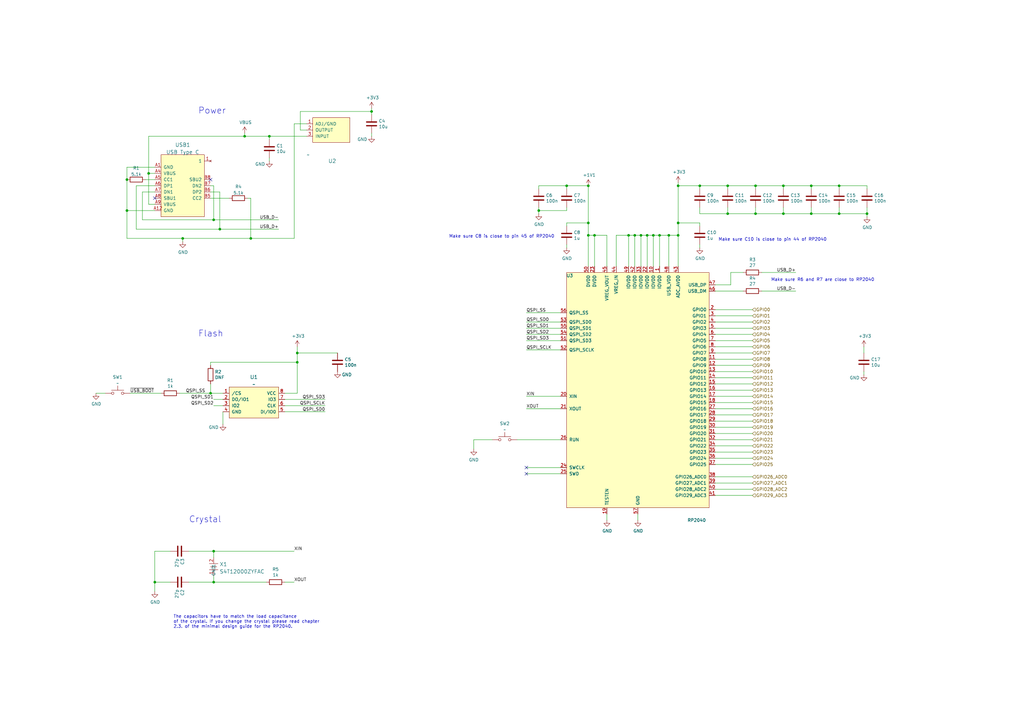
<source format=kicad_sch>
(kicad_sch (version 20211123) (generator eeschema)
  (paper "A3")
  (title_block (title "RP2040 for Keebs") (date "2020-12-18") (rev "REV1") (comment 1 "This is based on the minimal design example.") (comment 3 "https://datasheets.raspberrypi.com/rp2040/Minimal-KiCAD.zip"))
  (lib_symbols
    (symbol "Device:C" (pin_numbers hide) (pin_names (offset 0.254))
      (property "Reference" "C" (at 0.635 2.54 0))
      (property "Value" "C" (at 0.635 -2.54 0))
      (symbol "C_0_1"
        (polyline (pts (xy -2.032 -0.762) (xy 2.032 -0.762)) (stroke (width 0.508)))
        (polyline (pts (xy -2.032 0.762) (xy 2.032 0.762)) (stroke (width 0.508)))
      )
      (symbol "C_1_1"
        (pin passive line (at 0 3.81 270) (length 2.794) (name "~") (number "1"))
        (pin passive line (at 0 -3.81 90) (length 2.794) (name "~") (number "2"))
      )
    )
    (symbol "Device:R" (pin_numbers hide) (pin_names (offset 0))
      (property "Reference" "R" (at 2.032 0 90))
      (property "Value" "R" (at 0 0 90))
      (symbol "R_0_1"
        (rectangle (start -1.016 -2.54) (end 1.016 2.54) (stroke (width 0.254)))
      )
      (symbol "R_1_1"
        (pin passive line (at 0 3.81 270) (length 1.27) (name "~") (number "1"))
        (pin passive line (at 0 -3.81 90) (length 1.27) (name "~") (number "2"))
      )
    )
    (symbol "Switch:SW_Push" (pin_numbers hide) (pin_names (offset 1.016) hide)
      (property "Reference" "SW" (at 1.27 2.54 0))
      (property "Value" "SW_Push" (at 0 -1.524 0))
      (symbol "SW_Push_0_1"
        (circle (center -2.032 0) (radius 0.508))
        (polyline (pts (xy 0 1.27) (xy 0 3.048)))
        (polyline (pts (xy 2.54 1.27) (xy -2.54 1.27)))
        (circle (center 2.032 0) (radius 0.508))
        (pin passive line (at -5.08 0 0) (length 2.54) (name "1") (number "1"))
        (pin passive line (at 5.08 0 180) (length 2.54) (name "2") (number "2"))
      )
    )
    (symbol "power:+1V1" (power) (pin_names (offset 0))
      (property "Value" "+1V1" (at 0 3.556 0))
      (symbol "+1V1_0_1"
        (polyline (pts (xy -0.762 1.27) (xy 0 2.54)))
        (polyline (pts (xy 0 0) (xy 0 2.54)))
        (polyline (pts (xy 0 2.54) (xy 0.762 1.27)))
      )
      (symbol "+1V1_1_1"
        (pin power_in line (at 0 0 90) (length 0) hide (name "+1V1") (number "1"))
      )
    )
    (symbol "power:+3V3" (power) (pin_names (offset 0))
      (property "Value" "+3V3" (at 0 3.556 0))
      (symbol "+3V3_0_1"
        (polyline (pts (xy -0.762 1.27) (xy 0 2.54)))
        (polyline (pts (xy 0 0) (xy 0 2.54)))
        (polyline (pts (xy 0 2.54) (xy 0.762 1.27)))
      )
      (symbol "+3V3_1_1"
        (pin power_in line (at 0 0 90) (length 0) hide (name "+3V3") (number "1"))
      )
    )
    (symbol "power:GND" (power) (pin_names (offset 0))
      (property "Value" "GND" (at 0 -3.81 0))
      (symbol "GND_0_1"
        (polyline (pts (xy 0 0) (xy 0 -1.27) (xy 1.27 -1.27) (xy 0 -2.54) (xy -1.27 -1.27) (xy 0 -1.27)))
      )
      (symbol "GND_1_1"
        (pin power_in line (at 0 0 270) (length 0) hide (name "GND") (number "1"))
      )
    )
    (symbol "power:VBUS" (power) (pin_names (offset 0))
      (property "Value" "VBUS" (at 0 3.81 0))
      (symbol "VBUS_0_1"
        (polyline (pts (xy -0.762 1.27) (xy 0 2.54)))
        (polyline (pts (xy 0 0) (xy 0 2.54)))
        (polyline (pts (xy 0 2.54) (xy 0.762 1.27)))
      )
      (symbol "VBUS_1_1"
        (pin power_in line (at 0 0 90) (length 0) hide (name "VBUS") (number "1"))
      )
    )
    (symbol "simplyKeeb:NCP1117ST33T3G (Step Down)" (pin_names (offset 1.016))
      (property "Reference" "U?" (at 0 8.89 0))
      (property "Value" "NCP1117ST33T3G (Step Down)" (at 0 -8.89 0))
      (symbol "NCP1117ST33T3G (Step Down)_1_1"
        (rectangle (start -7.62 6.35) (end 7.62 -3.81) (fill (type background)))
        (pin power_in line (at -10.16 3.81 0) (length 2.54) (name "ADJ/GND") (number "1"))
        (pin power_out line (at -10.16 1.27 0) (length 2.54) (name "OUTPUT") (number "2"))
        (pin power_in line (at -10.16 -1.27 0) (length 2.54) (name "INPUT") (number "3"))
      )
    )
    (symbol "simplyKeeb:RP2040" (pin_names (offset 1.016))
      (property "Reference" "U?" (at 0 58.42 0))
      (property "Value" "RP2040" (at 0 -53.34 0))
      (symbol "RP2040_1_1"
        (rectangle (start -29.21 50.8) (end 29.21 -45.72) (fill (type background)))
        (pin input line (at 8.89 53.34 270) (length 2.54) (name "IOVDD") (number "1"))
        (pin input line (at 6.35 53.34 270) (length 2.54) (name "IOVDD") (number "10"))
        (pin bidirectional line (at 31.75 15.24 180) (length 2.54) (name "GPIO8") (number "11"))
        (pin bidirectional line (at 31.75 12.7 180) (length 2.54) (name "GPIO9") (number "12"))
        (pin bidirectional line (at 31.75 10.16 180) (length 2.54) (name "GPIO10") (number "13"))
        (pin bidirectional line (at 31.75 7.62 180) (length 2.54) (name "GPIO11") (number "14"))
        (pin bidirectional line (at 31.75 5.08 180) (length 2.54) (name "GPIO12") (number "15"))
        (pin bidirectional line (at 31.75 2.54 180) (length 2.54) (name "GPIO13") (number "16"))
        (pin bidirectional line (at 31.75 0 180) (length 2.54) (name "GPIO14") (number "17"))
        (pin bidirectional line (at 31.75 -2.54 180) (length 2.54) (name "GPIO15") (number "18"))
        (pin passive line (at -12.7 -48.26 90) (length 2.54) (name "TESTEN") (number "19"))
        (pin bidirectional line (at 31.75 35.56 180) (length 2.54) (name "GPIO0") (number "2"))
        (pin input line (at -31.75 0 0) (length 2.54) (name "XIN") (number "20"))
        (pin output line (at -31.75 -5.08 0) (length 2.54) (name "XOUT") (number "21"))
        (pin input line (at 3.81 53.34 270) (length 2.54) (name "IOVDD") (number "22"))
        (pin input line (at -17.78 53.34 270) (length 2.54) (name "DVDD") (number "23"))
        (pin output line (at -31.75 -29.21 0) (length 2.54) (name "SWCLK") (number "24"))
        (pin bidirectional line (at -31.75 -31.75 0) (length 2.54) (name "SWD") (number "25"))
        (pin input line (at -31.75 -17.78 0) (length 2.54) (name "RUN") (number "26"))
        (pin bidirectional line (at 31.75 -5.08 180) (length 2.54) (name "GPIO16") (number "27"))
        (pin bidirectional line (at 31.75 -7.62 180) (length 2.54) (name "GPIO17") (number "28"))
        (pin bidirectional line (at 31.75 -10.16 180) (length 2.54) (name "GPIO18") (number "29"))
        (pin bidirectional line (at 31.75 33.02 180) (length 2.54) (name "GPIO1") (number "3"))
        (pin bidirectional line (at 31.75 -12.7 180) (length 2.54) (name "GPIO19") (number "30"))
        (pin bidirectional line (at 31.75 -15.24 180) (length 2.54) (name "GPIO20") (number "31"))
        (pin bidirectional line (at 31.75 -17.78 180) (length 2.54) (name "GPIO21") (number "32"))
        (pin input line (at 1.27 53.34 270) (length 2.54) (name "IOVDD") (number "33"))
        (pin bidirectional line (at 31.75 -20.32 180) (length 2.54) (name "GPIO22") (number "34"))
        (pin bidirectional line (at 31.75 -22.86 180) (length 2.54) (name "GPIO23") (number "35"))
        (pin bidirectional line (at 31.75 -25.4 180) (length 2.54) (name "GPIO24") (number "36"))
        (pin bidirectional line (at 31.75 -27.94 180) (length 2.54) (name "GPIO25") (number "37"))
        (pin bidirectional line (at 31.75 -33.02 180) (length 2.54) (name "GPIO26_ADC0") (number "38"))
        (pin bidirectional line (at 31.75 -35.56 180) (length 2.54) (name "GPIO27_ADC1") (number "39"))
        (pin bidirectional line (at 31.75 30.48 180) (length 2.54) (name "GPIO2") (number "4"))
        (pin bidirectional line (at 31.75 -38.1 180) (length 2.54) (name "GPIO28_ADC2") (number "40"))
        (pin bidirectional line (at 31.75 -40.64 180) (length 2.54) (name "GPIO29_ADC3") (number "41"))
        (pin input line (at -1.27 53.34 270) (length 2.54) (name "IOVDD") (number "42"))
        (pin input line (at 16.51 53.34 270) (length 2.54) (name "ADC_AVDD") (number "43"))
        (pin input line (at -8.89 53.34 270) (length 2.54) (name "VREG_IN") (number "44"))
        (pin input line (at -12.7 53.34 270) (length 2.54) (name "VREG_VOUT") (number "45"))
        (pin bidirectional line (at 31.75 43.18 180) (length 2.54) (name "USB_DM") (number "46"))
        (pin bidirectional line (at 31.75 45.72 180) (length 2.54) (name "USB_DP") (number "47"))
        (pin input line (at 12.7 53.34 270) (length 2.54) (name "USB_VDD") (number "48"))
        (pin input line (at -3.81 53.34 270) (length 2.54) (name "IOVDD") (number "49"))
        (pin bidirectional line (at 31.75 27.94 180) (length 2.54) (name "GPIO3") (number "5"))
        (pin input line (at -20.32 53.34 270) (length 2.54) (name "DVDD") (number "50"))
        (pin bidirectional line (at -31.75 22.86 0) (length 2.54) (name "QSPI_SD3") (number "51"))
        (pin output line (at -31.75 19.05 0) (length 2.54) (name "QSPI_SCLK") (number "52"))
        (pin bidirectional line (at -31.75 30.48 0) (length 2.54) (name "QSPI_SD0") (number "53"))
        (pin bidirectional line (at -31.75 25.4 0) (length 2.54) (name "QSPI_SD2") (number "54"))
        (pin bidirectional line (at -31.75 27.94 0) (length 2.54) (name "QSPI_SD1") (number "55"))
        (pin bidirectional line (at -31.75 34.29 0) (length 2.54) (name "QSPI_SS") (number "56"))
        (pin power_in line (at 0 -48.26 90) (length 2.54) (name "GND") (number "57"))
        (pin bidirectional line (at 31.75 25.4 180) (length 2.54) (name "GPIO4") (number "6"))
        (pin bidirectional line (at 31.75 22.86 180) (length 2.54) (name "GPIO5") (number "7"))
        (pin bidirectional line (at 31.75 20.32 180) (length 2.54) (name "GPIO6") (number "8"))
        (pin bidirectional line (at 31.75 17.78 180) (length 2.54) (name "GPIO7") (number "9"))
      )
    )
    (symbol "simplyKeeb:S4T12000ZYFAC (Crystal)" (pin_names (offset 1.016))
      (property "Reference" "X?" (at 0 5.08 0))
      (property "Value" "S4T12000ZYFAC (Crystal)" (at 0 -5.08 0))
      (symbol "S4T12000ZYFAC (Crystal)_1_1"
        (polyline (pts (xy -1.27 -1.778) (xy -1.27 1.778)))
        (polyline (pts (xy 1.27 -1.778) (xy 1.27 1.778)))
        (rectangle (start 0 1.27) (end 0 -1.27) (fill (type background)))
        (pin input line (at -3.81 0 0) (length 2.54) (name "1") (number "1"))
        (pin input line (at 3.81 0 180) (length 2.54) (name "GND") (number "2"))
      )
    )
    (symbol "simplyKeeb:USB Type C" (pin_names (offset 1.016))
      (property "Reference" "USB?" (at 0 16.51 0))
      (property "Value" "USB Type C" (at 0 -13.97 0))
      (symbol "USB Type C_1_1"
        (rectangle (start -8.89 13.97) (end 8.89 -11.43) (fill (type background)))
        (pin no_connect line (at 11.43 11.43 180) (length 2.54) (name "1") (number "1"))
        (pin power_in line (at -11.43 8.89 0) (length 2.54) (name "GND") (number "A1"))
        (pin power_in line (at -11.43 -8.89 0) (length 2.54) (name "GND") (number "A12"))
        (pin power_in line (at -11.43 6.35 0) (length 2.54) (name "VBUS") (number "A4"))
        (pin output line (at -11.43 3.81 0) (length 2.54) (name "CC1") (number "A5"))
        (pin bidirectional line (at -11.43 1.27 0) (length 2.54) (name "DP1") (number "A6"))
        (pin bidirectional line (at -11.43 -1.27 0) (length 2.54) (name "DN1") (number "A7"))
        (pin bidirectional line (at -11.43 -3.81 0) (length 2.54) (name "SBU1") (number "A8"))
        (pin power_in line (at -11.43 -6.35 0) (length 2.54) (name "VBUS") (number "A9"))
        (pin output line (at 11.43 -3.81 180) (length 2.54) (name "CC2") (number "B5"))
        (pin bidirectional line (at 11.43 -1.27 180) (length 2.54) (name "DP2") (number "B6"))
        (pin bidirectional line (at 11.43 1.27 180) (length 2.54) (name "DN2") (number "B7"))
        (pin bidirectional line (at 11.43 3.81 180) (length 2.54) (name "SBU2") (number "B8"))
      )
    )
    (symbol "simplyKeeb:W25Q16JVSSIQ (Flash)" (pin_names (offset 1.016))
      (property "Reference" "U?" (at 0 8.89 0))
      (property "Value" "W25Q16JVSSIQ (Flash)" (at 0 -8.89 0))
      (symbol "W25Q16JVSSIQ (Flash)_1_1"
        (rectangle (start -10.16 6.35) (end 10.16 -6.35) (fill (type background)))
        (pin bidirectional line (at -12.7 3.81 0) (length 2.54) (name "/CS") (number "1"))
        (pin bidirectional line (at -12.7 1.27 0) (length 2.54) (name "DO/IO1") (number "2"))
        (pin bidirectional line (at -12.7 -1.27 0) (length 2.54) (name "IO2") (number "3"))
        (pin power_in line (at -12.7 -3.81 0) (length 2.54) (name "GND") (number "4"))
        (pin bidirectional line (at 12.7 -3.81 180) (length 2.54) (name "DI/IO0") (number "5"))
        (pin bidirectional line (at 12.7 -1.27 180) (length 2.54) (name "CLK") (number "6"))
        (pin bidirectional line (at 12.7 1.27 180) (length 2.54) (name "IO3") (number "7"))
        (pin power_in line (at 12.7 3.81 180) (length 2.54) (name "VCC") (number "8"))
      )
    )
  )
  (junction (at 243.84 96.52))
  (junction (at 344.17 87.63))
  (junction (at 321.31 87.63))
  (junction (at 241.3 96.52))
  (junction (at 232.41 76.2))
  (junction (at 102.87 97.79))
  (junction (at 87.63 90.17))
  (junction (at 309.88 87.63))
  (junction (at 121.92 148.59))
  (junction (at 298.45 76.2))
  (junction (at 355.6 87.63))
  (junction (at 262.89 96.52))
  (junction (at 332.74 76.2))
  (junction (at 298.45 87.63))
  (junction (at 152.4 45.72))
  (junction (at 90.17 93.98))
  (junction (at 332.74 87.63))
  (junction (at 278.13 91.44))
  (junction (at 110.49 55.88))
  (junction (at 121.92 144.78))
  (junction (at 265.43 96.52))
  (junction (at 86.36 161.29))
  (junction (at 87.63 238.76))
  (junction (at 344.17 76.2))
  (junction (at 63.5 238.76))
  (junction (at 220.98 86.36))
  (junction (at 257.81 96.52))
  (junction (at 60.96 71.12))
  (junction (at 270.51 96.52))
  (junction (at 241.3 91.44))
  (junction (at 278.13 96.52))
  (junction (at 100.33 55.88))
  (junction (at 52.07 86.36))
  (junction (at 321.31 76.2))
  (junction (at 87.63 226.06))
  (junction (at 52.07 73.66))
  (junction (at 309.88 76.2))
  (junction (at 287.02 76.2))
  (junction (at 267.97 96.52))
  (junction (at 74.93 97.79))
  (junction (at 278.13 76.2))
  (junction (at 260.35 96.52))
  (junction (at 274.32 96.52))
  (junction (at 241.3 76.2))
  (no_connect (at 63.5 81.28))
  (no_connect (at 215.9 194.31))
  (no_connect (at 215.9 191.77))
  (no_connect (at 86.36 73.66))
  (wire (pts (xy 243.84 96.52) (xy 241.3 96.52)))
  (wire (pts (xy 260.35 96.52) (xy 262.89 96.52)))
  (wire (pts (xy 220.98 85.09) (xy 220.98 86.36)))
  (wire (pts (xy 123.19 45.72) (xy 152.4 45.72)))
  (wire (pts (xy 293.37 175.26) (xy 308.61 175.26)))
  (wire (pts (xy 248.92 96.52) (xy 243.84 96.52)))
  (wire (pts (xy 293.37 170.18) (xy 308.61 170.18)))
  (wire (pts (xy 101.6 81.28) (xy 102.87 81.28)))
  (wire (pts (xy 52.07 86.36) (xy 63.5 86.36)))
  (wire (pts (xy 63.5 83.82) (xy 60.96 83.82)))
  (wire (pts (xy 293.37 132.08) (xy 308.61 132.08)))
  (wire (pts (xy 87.63 226.06) (xy 120.65 226.06)))
  (wire (pts (xy 321.31 77.47) (xy 321.31 76.2)))
  (wire (pts (xy 194.31 180.34) (xy 194.31 184.15)))
  (wire (pts (xy 252.73 109.22) (xy 252.73 96.52)))
  (wire (pts (xy 116.84 161.29) (xy 121.92 161.29)))
  (wire (pts (xy 270.51 96.52) (xy 270.51 109.22)))
  (wire (pts (xy 293.37 162.56) (xy 308.61 162.56)))
  (wire (pts (xy 86.36 78.74) (xy 90.17 78.74)))
  (wire (pts (xy 299.72 111.76) (xy 299.72 116.84)))
  (wire (pts (xy 52.07 86.36) (xy 52.07 97.79)))
  (wire (pts (xy 86.36 157.48) (xy 86.36 161.29)))
  (wire (pts (xy 87.63 163.83) (xy 91.44 163.83)))
  (wire (pts (xy 257.81 96.52) (xy 260.35 96.52)))
  (wire (pts (xy 215.9 134.62) (xy 229.87 134.62)))
  (wire (pts (xy 261.62 210.82) (xy 261.62 213.36)))
  (wire (pts (xy 241.3 76.2) (xy 241.3 91.44)))
  (wire (pts (xy 354.33 142.24) (xy 354.33 144.78)))
  (wire (pts (xy 278.13 76.2) (xy 287.02 76.2)))
  (wire (pts (xy 229.87 143.51) (xy 215.9 143.51)))
  (wire (pts (xy 110.49 57.15) (xy 110.49 55.88)))
  (wire (pts (xy 274.32 109.22) (xy 274.32 96.52)))
  (wire (pts (xy 293.37 134.62) (xy 308.61 134.62)))
  (wire (pts (xy 121.92 148.59) (xy 121.92 161.29)))
  (wire (pts (xy 287.02 92.71) (xy 287.02 91.44)))
  (wire (pts (xy 74.93 97.79) (xy 74.93 99.06)))
  (wire (pts (xy 293.37 160.02) (xy 308.61 160.02)))
  (wire (pts (xy 287.02 100.33) (xy 287.02 101.6)))
  (wire (pts (xy 87.63 226.06) (xy 87.63 228.6)))
  (wire (pts (xy 293.37 154.94) (xy 308.61 154.94)))
  (wire (pts (xy 86.36 148.59) (xy 121.92 148.59)))
  (wire (pts (xy 344.17 87.63) (xy 332.74 87.63)))
  (wire (pts (xy 86.36 161.29) (xy 91.44 161.29)))
  (wire (pts (xy 121.92 144.78) (xy 138.43 144.78)))
  (wire (pts (xy 125.73 53.34) (xy 123.19 53.34)))
  (wire (pts (xy 229.87 167.64) (xy 215.9 167.64)))
  (wire (pts (xy 87.63 238.76) (xy 109.22 238.76)))
  (wire (pts (xy 321.31 85.09) (xy 321.31 87.63)))
  (wire (pts (xy 293.37 129.54) (xy 308.61 129.54)))
  (wire (pts (xy 278.13 91.44) (xy 278.13 96.52)))
  (wire (pts (xy 52.07 68.58) (xy 52.07 73.66)))
  (wire (pts (xy 260.35 109.22) (xy 260.35 96.52)))
  (wire (pts (xy 298.45 77.47) (xy 298.45 76.2)))
  (wire (pts (xy 55.88 76.2) (xy 55.88 93.98)))
  (wire (pts (xy 248.92 109.22) (xy 248.92 96.52)))
  (wire (pts (xy 58.42 78.74) (xy 58.42 90.17)))
  (wire (pts (xy 232.41 91.44) (xy 241.3 91.44)))
  (wire (pts (xy 152.4 45.72) (xy 152.4 44.45)))
  (wire (pts (xy 293.37 165.1) (xy 308.61 165.1)))
  (wire (pts (xy 152.4 46.99) (xy 152.4 45.72)))
  (wire (pts (xy 52.07 73.66) (xy 52.07 86.36)))
  (wire (pts (xy 116.84 238.76) (xy 120.65 238.76)))
  (wire (pts (xy 120.65 50.8) (xy 125.73 50.8)))
  (wire (pts (xy 232.41 77.47) (xy 232.41 76.2)))
  (wire (pts (xy 257.81 109.22) (xy 257.81 96.52)))
  (wire (pts (xy 63.5 78.74) (xy 58.42 78.74)))
  (wire (pts (xy 116.84 163.83) (xy 133.35 163.83)))
  (wire (pts (xy 63.5 226.06) (xy 63.5 238.76)))
  (wire (pts (xy 293.37 180.34) (xy 308.61 180.34)))
  (wire (pts (xy 90.17 78.74) (xy 90.17 93.98)))
  (wire (pts (xy 220.98 77.47) (xy 220.98 76.2)))
  (wire (pts (xy 344.17 85.09) (xy 344.17 87.63)))
  (wire (pts (xy 215.9 162.56) (xy 229.87 162.56)))
  (wire (pts (xy 293.37 198.12) (xy 308.61 198.12)))
  (wire (pts (xy 293.37 116.84) (xy 299.72 116.84)))
  (wire (pts (xy 220.98 76.2) (xy 232.41 76.2)))
  (wire (pts (xy 87.63 166.37) (xy 91.44 166.37)))
  (wire (pts (xy 87.63 90.17) (xy 114.3 90.17)))
  (wire (pts (xy 63.5 238.76) (xy 63.5 242.57)))
  (wire (pts (xy 267.97 109.22) (xy 267.97 96.52)))
  (wire (pts (xy 298.45 85.09) (xy 298.45 87.63)))
  (wire (pts (xy 86.36 76.2) (xy 87.63 76.2)))
  (wire (pts (xy 262.89 109.22) (xy 262.89 96.52)))
  (wire (pts (xy 229.87 191.77) (xy 215.9 191.77)))
  (wire (pts (xy 274.32 96.52) (xy 278.13 96.52)))
  (wire (pts (xy 293.37 195.58) (xy 308.61 195.58)))
  (wire (pts (xy 298.45 87.63) (xy 287.02 87.63)))
  (wire (pts (xy 63.5 76.2) (xy 55.88 76.2)))
  (wire (pts (xy 69.85 226.06) (xy 63.5 226.06)))
  (wire (pts (xy 60.96 55.88) (xy 100.33 55.88)))
  (wire (pts (xy 312.42 111.76) (xy 326.39 111.76)))
  (wire (pts (xy 69.85 238.76) (xy 63.5 238.76)))
  (wire (pts (xy 252.73 96.52) (xy 257.81 96.52)))
  (wire (pts (xy 215.9 132.08) (xy 229.87 132.08)))
  (wire (pts (xy 293.37 177.8) (xy 308.61 177.8)))
  (wire (pts (xy 220.98 86.36) (xy 232.41 86.36)))
  (wire (pts (xy 215.9 137.16) (xy 229.87 137.16)))
  (wire (pts (xy 232.41 100.33) (xy 232.41 101.6)))
  (wire (pts (xy 100.33 55.88) (xy 110.49 55.88)))
  (wire (pts (xy 293.37 203.2) (xy 308.61 203.2)))
  (wire (pts (xy 110.49 64.77) (xy 110.49 66.04)))
  (wire (pts (xy 102.87 81.28) (xy 102.87 97.79)))
  (wire (pts (xy 77.47 226.06) (xy 87.63 226.06)))
  (wire (pts (xy 293.37 182.88) (xy 308.61 182.88)))
  (wire (pts (xy 123.19 45.72) (xy 123.19 53.34)))
  (wire (pts (xy 39.37 161.29) (xy 43.18 161.29)))
  (wire (pts (xy 293.37 157.48) (xy 308.61 157.48)))
  (wire (pts (xy 77.47 238.76) (xy 87.63 238.76)))
  (wire (pts (xy 60.96 71.12) (xy 60.96 55.88)))
  (wire (pts (xy 229.87 128.27) (xy 215.9 128.27)))
  (wire (pts (xy 116.84 168.91) (xy 133.35 168.91)))
  (wire (pts (xy 355.6 77.47) (xy 355.6 76.2)))
  (wire (pts (xy 293.37 172.72) (xy 308.61 172.72)))
  (wire (pts (xy 63.5 71.12) (xy 60.96 71.12)))
  (wire (pts (xy 241.3 91.44) (xy 241.3 96.52)))
  (wire (pts (xy 344.17 87.63) (xy 355.6 87.63)))
  (wire (pts (xy 229.87 194.31) (xy 215.9 194.31)))
  (wire (pts (xy 312.42 119.38) (xy 326.39 119.38)))
  (wire (pts (xy 90.17 93.98) (xy 114.3 93.98)))
  (wire (pts (xy 232.41 76.2) (xy 241.3 76.2)))
  (wire (pts (xy 293.37 185.42) (xy 308.61 185.42)))
  (wire (pts (xy 66.04 161.29) (xy 53.34 161.29)))
  (wire (pts (xy 332.74 76.2) (xy 344.17 76.2)))
  (wire (pts (xy 270.51 96.52) (xy 274.32 96.52)))
  (wire (pts (xy 354.33 152.4) (xy 354.33 153.67)))
  (wire (pts (xy 91.44 168.91) (xy 91.44 173.99)))
  (wire (pts (xy 344.17 76.2) (xy 355.6 76.2)))
  (wire (pts (xy 267.97 96.52) (xy 270.51 96.52)))
  (wire (pts (xy 60.96 71.12) (xy 60.96 83.82)))
  (wire (pts (xy 73.66 161.29) (xy 86.36 161.29)))
  (wire (pts (xy 121.92 144.78) (xy 121.92 148.59)))
  (wire (pts (xy 87.63 76.2) (xy 87.63 90.17)))
  (wire (pts (xy 243.84 109.22) (xy 243.84 96.52)))
  (wire (pts (xy 86.36 148.59) (xy 86.36 149.86)))
  (wire (pts (xy 293.37 152.4) (xy 308.61 152.4)))
  (wire (pts (xy 332.74 85.09) (xy 332.74 87.63)))
  (wire (pts (xy 278.13 91.44) (xy 287.02 91.44)))
  (wire (pts (xy 293.37 149.86) (xy 308.61 149.86)))
  (wire (pts (xy 262.89 96.52) (xy 265.43 96.52)))
  (wire (pts (xy 152.4 54.61) (xy 152.4 55.88)))
  (wire (pts (xy 293.37 190.5) (xy 308.61 190.5)))
  (wire (pts (xy 355.6 85.09) (xy 355.6 87.63)))
  (wire (pts (xy 287.02 85.09) (xy 287.02 87.63)))
  (wire (pts (xy 100.33 54.61) (xy 100.33 55.88)))
  (wire (pts (xy 241.3 96.52) (xy 241.3 109.22)))
  (wire (pts (xy 293.37 144.78) (xy 308.61 144.78)))
  (wire (pts (xy 321.31 87.63) (xy 309.88 87.63)))
  (wire (pts (xy 110.49 55.88) (xy 125.73 55.88)))
  (wire (pts (xy 293.37 167.64) (xy 308.61 167.64)))
  (wire (pts (xy 309.88 87.63) (xy 298.45 87.63)))
  (wire (pts (xy 248.92 210.82) (xy 248.92 213.36)))
  (wire (pts (xy 287.02 77.47) (xy 287.02 76.2)))
  (wire (pts (xy 332.74 77.47) (xy 332.74 76.2)))
  (wire (pts (xy 102.87 97.79) (xy 120.65 97.79)))
  (wire (pts (xy 86.36 81.28) (xy 93.98 81.28)))
  (wire (pts (xy 87.63 236.22) (xy 87.63 238.76)))
  (wire (pts (xy 293.37 139.7) (xy 308.61 139.7)))
  (wire (pts (xy 58.42 90.17) (xy 87.63 90.17)))
  (wire (pts (xy 293.37 137.16) (xy 308.61 137.16)))
  (wire (pts (xy 74.93 97.79) (xy 102.87 97.79)))
  (wire (pts (xy 278.13 76.2) (xy 278.13 91.44)))
  (wire (pts (xy 293.37 142.24) (xy 308.61 142.24)))
  (wire (pts (xy 215.9 139.7) (xy 229.87 139.7)))
  (wire (pts (xy 212.09 180.34) (xy 229.87 180.34)))
  (wire (pts (xy 278.13 74.93) (xy 278.13 76.2)))
  (wire (pts (xy 299.72 111.76) (xy 304.8 111.76)))
  (wire (pts (xy 120.65 50.8) (xy 120.65 97.79)))
  (wire (pts (xy 344.17 77.47) (xy 344.17 76.2)))
  (wire (pts (xy 355.6 87.63) (xy 355.6 88.9)))
  (wire (pts (xy 293.37 187.96) (xy 308.61 187.96)))
  (wire (pts (xy 55.88 93.98) (xy 90.17 93.98)))
  (wire (pts (xy 332.74 87.63) (xy 321.31 87.63)))
  (wire (pts (xy 265.43 96.52) (xy 267.97 96.52)))
  (wire (pts (xy 121.92 142.24) (xy 121.92 144.78)))
  (wire (pts (xy 116.84 166.37) (xy 133.35 166.37)))
  (wire (pts (xy 278.13 96.52) (xy 278.13 109.22)))
  (wire (pts (xy 321.31 76.2) (xy 332.74 76.2)))
  (wire (pts (xy 309.88 76.2) (xy 321.31 76.2)))
  (wire (pts (xy 309.88 85.09) (xy 309.88 87.63)))
  (wire (pts (xy 293.37 147.32) (xy 308.61 147.32)))
  (wire (pts (xy 293.37 200.66) (xy 308.61 200.66)))
  (wire (pts (xy 220.98 86.36) (xy 220.98 87.63)))
  (wire (pts (xy 194.31 180.34) (xy 201.93 180.34)))
  (wire (pts (xy 59.69 73.66) (xy 63.5 73.66)))
  (wire (pts (xy 232.41 86.36) (xy 232.41 85.09)))
  (wire (pts (xy 52.07 97.79) (xy 74.93 97.79)))
  (wire (pts (xy 232.41 92.71) (xy 232.41 91.44)))
  (wire (pts (xy 309.88 77.47) (xy 309.88 76.2)))
  (wire (pts (xy 293.37 119.38) (xy 304.8 119.38)))
  (wire (pts (xy 298.45 76.2) (xy 309.88 76.2)))
  (wire (pts (xy 265.43 109.22) (xy 265.43 96.52)))
  (wire (pts (xy 287.02 76.2) (xy 298.45 76.2)))
  (wire (pts (xy 293.37 127) (xy 308.61 127)))
  (wire (pts (xy 52.07 68.58) (xy 63.5 68.58)))
  (text "Make sure C10 is close to pin 44 of RP2040" (at 294.64 99.06 0) (effects (font (size 1.27 1.27)) (justify left bottom)))
  (text "The capacitors have to match the load capacitance\nof the crystal. If you change the crystal please read chapter\n2.3. of the minimal design guide for the RP2040." (at 71.12 257.81 0) (effects (font (size 1.27 1.27)) (justify left bottom)))
  (text "Power" (at 81.28 46.99 0) (effects (font (size 2.54 2.54)) (justify left bottom)))
  (text "Crystal" (at 77.47 214.63 0) (effects (font (size 2.54 2.54)) (justify left bottom)))
  (text "Make sure C8 is close to pin 45 of RP2040" (at 184.15 97.79 0) (effects (font (size 1.27 1.27)) (justify left bottom)))
  (text "Flash" (at 81.28 138.43 0) (effects (font (size 2.54 2.54)) (justify left bottom)))
  (text "Make sure R6 and R7 are close to RP2040" (at 316.23 115.57 0) (effects (font (size 1.27 1.27)) (justify left bottom)))
  (label "XIN" (at 120.65 226.06 0))
  (label "XOUT" (at 215.9 167.64 0))
  (label "USB_D-" (at 326.39 119.38 180))
  (label "QSPI_SD2" (at 215.9 137.16 0))
  (label "USB_D+" (at 114.3 93.98 180))
  (label "QSPI_SD2" (at 87.63 166.37 180))
  (label "QSPI_SS" (at 215.9 128.27 0))
  (label "QSPI_SCLK" (at 133.35 166.37 180))
  (label "~{USB_BOOT}" (at 53.34 161.29 0))
  (label "QSPI_SD1" (at 215.9 134.62 0))
  (label "USB_D-" (at 114.3 90.17 180))
  (label "QSPI_SD1" (at 87.63 163.83 180))
  (label "QSPI_SD0" (at 133.35 168.91 180))
  (label "QSPI_SD3" (at 133.35 163.83 180))
  (label "QSPI_SD3" (at 215.9 139.7 0))
  (label "XIN" (at 215.9 162.56 0))
  (label "QSPI_SD0" (at 215.9 132.08 0))
  (label "USB_D+" (at 326.39 111.76 180))
  (label "QSPI_SS" (at 76.2 161.29 0))
  (label "QSPI_SCLK" (at 215.9 143.51 0))
  (label "XOUT" (at 120.65 238.76 0))
  (hierarchical_label "GPIO28_ADC2" (shape input) (at 308.61 200.66 0))
  (hierarchical_label "GPIO18" (shape input) (at 308.61 172.72 0))
  (hierarchical_label "GPIO14" (shape input) (at 308.61 162.56 0))
  (hierarchical_label "GPIO10" (shape input) (at 308.61 152.4 0))
  (hierarchical_label "GPIO1" (shape input) (at 308.61 129.54 0))
  (hierarchical_label "GPIO2" (shape input) (at 308.61 132.08 0))
  (hierarchical_label "GPIO20" (shape input) (at 308.61 177.8 0))
  (hierarchical_label "GPIO11" (shape input) (at 308.61 154.94 0))
  (hierarchical_label "GPIO16" (shape input) (at 308.61 167.64 0))
  (hierarchical_label "GPIO12" (shape input) (at 308.61 157.48 0))
  (hierarchical_label "GPIO3" (shape input) (at 308.61 134.62 0))
  (hierarchical_label "GPIO8" (shape input) (at 308.61 147.32 0))
  (hierarchical_label "GPIO9" (shape input) (at 308.61 149.86 0))
  (hierarchical_label "GPIO15" (shape input) (at 308.61 165.1 0))
  (hierarchical_label "GPIO7" (shape input) (at 308.61 144.78 0))
  (hierarchical_label "GPIO27_ADC1" (shape input) (at 308.61 198.12 0))
  (hierarchical_label "GPIO6" (shape input) (at 308.61 142.24 0))
  (hierarchical_label "GPIO22" (shape input) (at 308.61 182.88 0))
  (hierarchical_label "GPIO23" (shape input) (at 308.61 185.42 0))
  (hierarchical_label "GPIO21" (shape input) (at 308.61 180.34 0))
  (hierarchical_label "GPIO25" (shape input) (at 308.61 190.5 0))
  (hierarchical_label "GPIO0" (shape input) (at 308.61 127 0))
  (hierarchical_label "GPIO17" (shape input) (at 308.61 170.18 0))
  (hierarchical_label "GPIO19" (shape input) (at 308.61 175.26 0))
  (hierarchical_label "GPIO5" (shape input) (at 308.61 139.7 0))
  (hierarchical_label "GPIO26_ADC0" (shape input) (at 308.61 195.58 0))
  (hierarchical_label "GPIO4" (shape input) (at 308.61 137.16 0))
  (hierarchical_label "GPIO24" (shape input) (at 308.61 187.96 0))
  (hierarchical_label "GPIO29_ADC3" (shape input) (at 308.61 203.2 0))
  (hierarchical_label "GPIO13" (shape input) (at 308.61 160.02 0))
  (symbol (lib_id "simplyKeeb:RP2040") (at 261.62 162.56 0) (unit 1)
    (property "Reference" "U3" (at 233.68 113.03 0))
    (property "Value" "RP2040" (at 285.75 213.36 0))
    (property "Footprint" "RP2040_minimal:RP2040-QFN-56" (effects hide))
    (property "Manufacturer" "Raspberry Pi" (effects hide))
    (property "LCSC" "C2040" (effects hide))
    (property "JLC Part" "Extended Part" (effects hide))
  )
  (symbol (lib_id "Device:C") (at 73.66 238.76 270) (unit 1)
    (property "Reference" "C2" (at 74.8284 241.681 0) (effects (justify left)))
    (property "Value" "27p" (at 72.517 241.681 0) (effects (justify left)))
    (property "Footprint" "Capacitor_SMD:C_0402_1005Metric" (effects hide))
  )
  (symbol (lib_id "Device:C") (at 73.66 226.06 270) (unit 1)
    (property "Reference" "C3" (at 74.8284 228.981 0) (effects (justify left)))
    (property "Value" "27p" (at 72.517 228.981 0) (effects (justify left)))
    (property "Footprint" "Capacitor_SMD:C_0402_1005Metric" (effects hide))
  )
  (symbol (lib_id "power:GND") (at 63.5 242.57 0) (unit 1)
    (property "Reference" "#PWR06" (effects hide))
    (property "Value" "GND" (at 63.627 246.9642 0))
  )
  (symbol (lib_id "power:+3V3") (at 121.92 142.24 0) (unit 1)
    (property "Reference" "#PWR07" (effects hide))
    (property "Value" "+3V3" (at 122.301 137.8458 0))
  )
  (symbol (lib_id "power:GND") (at 91.44 173.99 0) (unit 1)
    (property "Reference" "#PWR08" (effects hide))
    (property "Value" "GND" (at 87.63 175.26 0))
  )
  (symbol (lib_id "Device:R") (at 86.36 153.67 0) (unit 1)
    (property "Reference" "R2" (at 88.138 152.5016 0) (effects (justify left)))
    (property "Value" "DNF" (at 88.138 154.813 0) (effects (justify left)))
    (property "Footprint" "Capacitor_SMD:C_0402_1005Metric" (effects hide))
  )
  (symbol (lib_id "Device:R") (at 69.85 161.29 270) (unit 1)
    (property "Reference" "R1" (at 69.85 156.0322 90))
    (property "Value" "1k" (at 69.85 158.3436 90))
    (property "Footprint" "Capacitor_SMD:C_0402_1005Metric" (effects hide))
  )
  (symbol (lib_id "Device:C") (at 138.43 148.59 0) (unit 1)
    (property "Reference" "C5" (at 141.351 147.4216 0) (effects (justify left)))
    (property "Value" "100n" (at 141.351 149.733 0) (effects (justify left)))
    (property "Footprint" "Capacitor_SMD:C_0402_1005Metric" (effects hide))
  )
  (symbol (lib_id "power:GND") (at 138.43 152.4 0) (unit 1)
    (property "Reference" "#PWR011" (effects hide))
    (property "Value" "GND" (at 142.24 153.67 0))
  )
  (symbol (lib_id "power:GND") (at 261.62 213.36 0) (unit 1)
    (property "Reference" "#PWR016" (effects hide))
    (property "Value" "GND" (at 261.747 217.7542 0))
  )
  (symbol (lib_id "power:GND") (at 248.92 213.36 0) (unit 1)
    (property "Reference" "#PWR015" (effects hide))
    (property "Value" "GND" (at 249.047 217.7542 0))
  )
  (symbol (lib_id "Device:R") (at 308.61 111.76 270) (unit 1)
    (property "Reference" "R3" (at 308.61 106.5022 90))
    (property "Value" "27" (at 308.61 108.8136 90))
    (property "Footprint" "Capacitor_SMD:C_0402_1005Metric" (effects hide))
    (property "LCSC" "C25100" (effects hide))
  )
  (symbol (lib_id "Device:R") (at 308.61 119.38 270) (unit 1)
    (property "Reference" "R4" (at 308.61 114.1222 90))
    (property "Value" "27" (at 308.61 116.4336 90))
    (property "Footprint" "Capacitor_SMD:C_0402_1005Metric" (effects hide))
    (property "LCSC" "C25100" (effects hide))
  )
  (symbol (lib_id "power:GND") (at 74.93 99.06 0) (unit 1)
    (property "Reference" "#PWR01" (effects hide))
    (property "Value" "GND" (at 75.057 103.4542 0))
  )
  (symbol (lib_id "power:+3V3") (at 278.13 74.93 0) (unit 1)
    (property "Reference" "#PWR017" (effects hide))
    (property "Value" "+3V3" (at 278.511 70.5358 0))
  )
  (symbol (lib_id "Device:C") (at 287.02 81.28 0) (unit 1)
    (property "Reference" "C9" (at 289.941 80.1116 0) (effects (justify left)))
    (property "Value" "100n" (at 289.941 82.423 0) (effects (justify left)))
    (property "Footprint" "Capacitor_SMD:C_0402_1005Metric" (effects hide))
    (property "LCSC" "C83056" (effects hide))
  )
  (symbol (lib_id "Device:C") (at 298.45 81.28 0) (unit 1)
    (property "Reference" "C11" (at 301.371 80.1116 0) (effects (justify left)))
    (property "Value" "100n" (at 301.371 82.423 0) (effects (justify left)))
    (property "Footprint" "Capacitor_SMD:C_0402_1005Metric" (effects hide))
    (property "LCSC" "C83056" (effects hide))
  )
  (symbol (lib_id "Device:C") (at 309.88 81.28 0) (unit 1)
    (property "Reference" "C12" (at 312.801 80.1116 0) (effects (justify left)))
    (property "Value" "100n" (at 312.801 82.423 0) (effects (justify left)))
    (property "Footprint" "Capacitor_SMD:C_0402_1005Metric" (effects hide))
    (property "LCSC" "C83056" (effects hide))
  )
  (symbol (lib_id "Device:C") (at 321.31 81.28 0) (unit 1)
    (property "Reference" "C13" (at 324.231 80.1116 0) (effects (justify left)))
    (property "Value" "100n" (at 324.231 82.423 0) (effects (justify left)))
    (property "Footprint" "Capacitor_SMD:C_0402_1005Metric" (effects hide))
    (property "LCSC" "C83056" (effects hide))
  )
  (symbol (lib_id "Device:C") (at 332.74 81.28 0) (unit 1)
    (property "Reference" "C14" (at 335.661 80.1116 0) (effects (justify left)))
    (property "Value" "100n" (at 335.661 82.423 0) (effects (justify left)))
    (property "Footprint" "Capacitor_SMD:C_0402_1005Metric" (effects hide))
    (property "LCSC" "C83056" (effects hide))
  )
  (symbol (lib_id "Device:C") (at 344.17 81.28 0) (unit 1)
    (property "Reference" "C15" (at 347.091 80.1116 0) (effects (justify left)))
    (property "Value" "100n" (at 347.091 82.423 0) (effects (justify left)))
    (property "Footprint" "Capacitor_SMD:C_0402_1005Metric" (effects hide))
    (property "LCSC" "C83056" (effects hide))
  )
  (symbol (lib_id "Device:C") (at 355.6 81.28 0) (unit 1)
    (property "Reference" "C16" (at 358.521 80.1116 0) (effects (justify left)))
    (property "Value" "100n" (at 358.521 82.423 0) (effects (justify left)))
    (property "Footprint" "Capacitor_SMD:C_0402_1005Metric" (effects hide))
    (property "LCSC" "C83056" (effects hide))
  )
  (symbol (lib_id "Device:C") (at 220.98 81.28 0) (unit 1)
    (property "Reference" "C6" (at 223.901 80.1116 0) (effects (justify left)))
    (property "Value" "100n" (at 223.901 82.423 0) (effects (justify left)))
    (property "Footprint" "Capacitor_SMD:C_0402_1005Metric" (effects hide))
    (property "LCSC" "C83056" (effects hide))
  )
  (symbol (lib_id "Device:C") (at 232.41 81.28 0) (unit 1)
    (property "Reference" "C7" (at 235.331 80.1116 0) (effects (justify left)))
    (property "Value" "100n" (at 235.331 82.423 0) (effects (justify left)))
    (property "Footprint" "Capacitor_SMD:C_0402_1005Metric" (effects hide))
    (property "LCSC" "C83056" (effects hide))
  )
  (symbol (lib_id "Device:C") (at 232.41 96.52 0) (unit 1)
    (property "Reference" "C8" (at 235.331 95.3516 0) (effects (justify left)))
    (property "Value" "1u" (at 235.331 97.663 0) (effects (justify left)))
    (property "Footprint" "Capacitor_SMD:C_0402_1005Metric" (effects hide))
    (property "LCSC" "C92755" (effects hide))
  )
  (symbol (lib_id "Device:C") (at 287.02 96.52 0) (unit 1)
    (property "Reference" "C10" (at 289.941 95.3516 0) (effects (justify left)))
    (property "Value" "1u" (at 289.941 97.663 0) (effects (justify left)))
    (property "Footprint" "Capacitor_SMD:C_0402_1005Metric" (effects hide))
    (property "LCSC" "C92755" (effects hide))
  )
  (symbol (lib_id "power:GND") (at 355.6 88.9 0) (unit 1)
    (property "Reference" "#PWR023" (effects hide))
    (property "Value" "GND" (at 355.727 93.2942 0))
  )
  (symbol (lib_id "power:GND") (at 220.98 87.63 0) (unit 1)
    (property "Reference" "#PWR012" (effects hide))
    (property "Value" "GND" (at 221.107 92.0242 0))
  )
  (symbol (lib_id "power:GND") (at 232.41 101.6 0) (unit 1)
    (property "Reference" "#PWR013" (effects hide))
    (property "Value" "GND" (at 232.537 105.9942 0))
  )
  (symbol (lib_id "power:GND") (at 287.02 101.6 0) (unit 1)
    (property "Reference" "#PWR018" (effects hide))
    (property "Value" "GND" (at 287.147 105.9942 0))
  )
  (symbol (lib_id "power:VBUS") (at 100.33 54.61 0) (unit 1)
    (property "Reference" "#PWR03" (effects hide))
    (property "Value" "VBUS" (at 100.711 50.2158 0))
  )
  (symbol (lib_id "power:+3V3") (at 152.4 44.45 0) (unit 1)
    (property "Reference" "#PWR09" (effects hide))
    (property "Value" "+3V3" (at 152.781 40.0558 0))
  )
  (symbol (lib_id "Device:C") (at 110.49 60.96 0) (unit 1)
    (property "Reference" "C1" (at 113.411 59.7916 0) (effects (justify left)))
    (property "Value" "10u" (at 113.411 62.103 0) (effects (justify left)))
    (property "Footprint" "Capacitor_SMD:C_0805_2012Metric" (effects hide))
  )
  (symbol (lib_id "Device:C") (at 152.4 50.8 0) (unit 1)
    (property "Reference" "C4" (at 155.321 49.6316 0) (effects (justify left)))
    (property "Value" "10u" (at 155.321 51.943 0) (effects (justify left)))
    (property "Footprint" "Capacitor_SMD:C_0805_2012Metric" (effects hide))
  )
  (symbol (lib_id "power:GND") (at 110.49 66.04 0) (unit 1)
    (property "Reference" "#PWR04" (effects hide))
    (property "Value" "GND" (at 106.68 67.31 0))
  )
  (symbol (lib_id "power:GND") (at 152.4 55.88 0) (unit 1)
    (property "Reference" "#PWR010" (effects hide))
    (property "Value" "GND" (at 148.59 57.15 0))
  )
  (symbol (lib_id "Device:R") (at 113.03 238.76 270) (unit 1)
    (property "Reference" "R5" (at 113.03 233.5022 90))
    (property "Value" "1k" (at 113.03 235.8136 90))
    (property "Footprint" "Capacitor_SMD:C_0402_1005Metric" (effects hide))
  )
  (symbol (lib_id "power:+3V3") (at 354.33 142.24 0) (unit 1)
    (property "Reference" "#PWR024" (effects hide))
    (property "Value" "+3V3" (at 354.711 137.8458 0))
  )
  (symbol (lib_id "Device:C") (at 354.33 148.59 0) (unit 1)
    (property "Reference" "C17" (at 357.251 147.4216 0) (effects (justify left)))
    (property "Value" "10u" (at 357.251 149.733 0) (effects (justify left)))
    (property "Footprint" "Capacitor_SMD:C_0805_2012Metric" (effects hide))
  )
  (symbol (lib_id "power:GND") (at 354.33 153.67 0) (unit 1)
    (property "Reference" "#PWR025" (effects hide))
    (property "Value" "GND" (at 350.52 154.94 0))
  )
  (symbol (lib_id "power:GND") (at 39.37 161.29 0) (unit 1)
    (property "Reference" "#PWR02" (effects hide))
    (property "Value" "GND" (at 39.497 165.6842 0))
  )
  (symbol (lib_id "Device:R") (at 55.88 73.66 90) (unit 1)
    (property "Reference" "R1" (at 55.88 68.9442 90))
    (property "Value" "5.1k" (at 55.88 71.4811 90))
    (property "Footprint" "Resistor_SMD:R_0402_1005Metric" (effects hide))
  )
  (symbol (lib_id "power:+1V1") (at 241.3 76.2 0) (unit 1)
    (property "Reference" "#PWR0357" (effects hide))
    (property "Value" "+1V1" (at 241.681 71.8058 0))
  )
  (symbol (lib_id "simplyKeeb:S4T12000ZYFAC (Crystal)") (at 87.63 232.41 90) (unit 1)
    (property "Reference" "X1" (at 90.043 231.4338 90) (effects (font (size 1.524 1.524)) (justify right)))
    (property "Value" "S4T12000ZYFAC" (at 90.043 234.4272 90) (effects (font (size 1.524 1.524)) (justify right)))
    (property "Footprint" "simplyKeeb:CRYSTAL-SMD_L7.4-W4.0-LS8.0" (effects hide))
    (property "Manufacturer" "JYJE(晶友嘉)" (effects hide))
    (property "LCSC" "C2149004" (effects hide))
  )
  (symbol (lib_id "Device:R") (at 97.79 81.28 90) (unit 1)
    (property "Reference" "R4" (at 97.79 76.5642 90))
    (property "Value" "5.1k" (at 97.79 79.1011 90))
    (property "Footprint" "Resistor_SMD:R_0402_1005Metric" (effects hide))
  )
  (symbol (lib_id "simplyKeeb:W25Q16JVSSIQ (Flash)") (at 104.14 165.1 0) (unit 1)
    (property "Reference" "U1" (at 104.14 154.6659 0) (effects (font (size 1.524 1.524))))
    (property "Value" "~" (at 104.14 157.6593 0) (effects (font (size 1.524 1.524))))
    (property "Footprint" "simplyKeeb:SOIC-8_L5.3-W5.3-P1.27-LS8.0-BL" (effects hide))
    (property "Datasheet" "https://lcsc.com/product-detail/FLASH_W25Q16JVSSIQ_C82317.html" (effects hide))
    (property "Manufacturer" "WINBOND" (effects hide))
    (property "LCSC" "C82317" (effects hide))
    (property "JLC Part" "Extended Part" (effects hide))
  )
  (symbol (lib_id "simplyKeeb:USB Type C") (at 74.93 77.47 0) (unit 1)
    (property "Reference" "USB1" (at 74.93 59.4159 0) (effects (font (size 1.524 1.524))))
    (property "Value" "USB Type C" (at 74.93 62.4093 0) (effects (font (size 1.524 1.524))))
    (property "Footprint" "simplyKeeb:USB-C-SMD_TYPE-C-31-M-31" (effects hide))
    (property "Manufacturer" "韩国韩荣" (effects hide))
    (property "LCSC" "C2760486" (effects hide))
    (property "JLC Part" "Extended Part" (effects hide))
  )
  (symbol (lib_id "power:GND") (at 194.31 184.15 0) (unit 1)
    (property "Reference" "#PWR011" (effects hide))
    (property "Value" "GND" (at 194.31 188.5934 0))
  )
  (symbol (lib_id "Switch:SW_Push") (at 48.26 161.29 0) (unit 1)
    (property "Reference" "SW1" (at 48.26 154.6692 0))
    (property "Value" "~" (at 48.26 157.2061 0))
    (property "Footprint" "simplyKeeb:SW-SMD_L6.0-W3.3-LS8.0" (effects hide))
  )
  (symbol (lib_id "simplyKeeb:NCP1117ST33T3G (Step Down)") (at 135.89 54.61 0) (unit 1)
    (property "Reference" "U2" (at 134.62 66.04 0) (effects (font (size 1.524 1.524)) (justify left)))
    (property "Value" "~" (at 125.73 63.5 0) (effects (font (size 1.524 1.524)) (justify left)))
    (property "Footprint" "simplyKeeb:SOT-223-3_L6.5-W3.4-P2.30-LS7.0-BR" (effects hide))
    (property "Datasheet" "https://lcsc.com/product-detail/Linear-Voltage-Regulators_ON_NCP1117ST33T3G_NCP1117ST33T3G_C26537.html" (effects hide))
    (property "Manufacturer" "ON" (effects hide))
    (property "LCSC" "C26537" (effects hide))
    (property "JLC Part" "Extended Part" (effects hide))
    (property "LCSC Part" "C26537" (effects hide))
  )
  (symbol (lib_id "Switch:SW_Push") (at 207.01 180.34 0) (unit 1)
    (property "Reference" "SW2" (at 207.01 173.7192 0))
    (property "Value" "~" (at 207.01 176.2561 0))
    (property "Footprint" "simplyKeeb:SW-SMD_L6.0-W3.3-LS8.0" (effects hide))
  )
)
</source>
